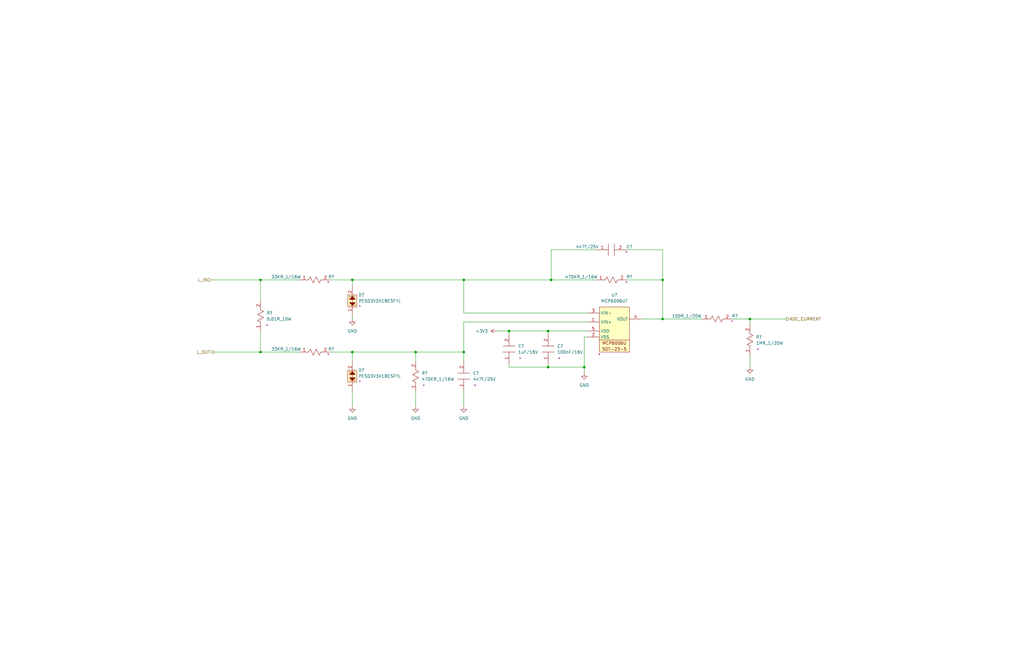
<source format=kicad_sch>
(kicad_sch (version 20211123) (generator eeschema)
  (paper "B")
  (lib_symbols
    (symbol "SmartSwitch:0.01R_10W"
      (property "Reference" "R" (at 0.635 6.35 0))
      (property "Value" "0.01R_10W" (at 5.08 4.445 0))
      (property "SCH CHECK" "*" (at 1.27 16.51 0))
      (symbol "0.01R_10W_0_1"
        (polyline (pts (xy 3.81 0) (xy 4.445 1.27) (xy 5.715 -1.27) (xy 6.985 1.27) (xy 8.255 -1.27) (xy 8.89 0)))
      )
      (symbol "0.01R_10W_1_1"
        (pin passive line (at 0 0 0) (length 3.81) (name "") (number "1"))
        (pin passive line (at 12.7 0 180) (length 3.81) (name "") (number "2"))
      )
    )
    (symbol "SmartSwitch:100R_1{slash}20W"
      (property "Reference" "R" (at 1.27 3.81 0))
      (property "Value" "100R_1{slash}20W" (at 6.35 6.35 0))
      (property "SCH CHECK" "*" (at 1.27 17.78 0))
      (symbol "100R_1{slash}20W_0_1"
        (polyline (pts (xy 3.81 0) (xy 4.445 1.27) (xy 5.715 -1.27) (xy 6.985 1.27) (xy 8.255 -1.27) (xy 8.89 0)))
      )
      (symbol "100R_1{slash}20W_1_1"
        (pin passive line (at 0 0 0) (length 3.81) (name "") (number "1"))
        (pin passive line (at 12.7 0 180) (length 3.81) (name "") (number "2"))
      )
    )
    (symbol "SmartSwitch:100nF{slash}16V"
      (property "Reference" "C" (at 1.27 5.08 0))
      (property "Value" "100nF{slash}16V" (at 6.35 7.62 0))
      (property "SCH CHECK" "*" (at 1.27 19.05 0))
      (symbol "100nF{slash}16V_0_0"
        (polyline (pts (xy 5.08 2.54) (xy 5.08 -2.54)))
        (polyline (pts (xy 7.62 2.54) (xy 7.62 -2.54)))
      )
      (symbol "100nF{slash}16V_1_1"
        (pin passive line (at 0 0 0) (length 5.08) (name "") (number "1"))
        (pin passive line (at 12.7 0 180) (length 5.08) (name "") (number "2"))
      )
    )
    (symbol "SmartSwitch:1MR_1{slash}20W"
      (property "Reference" "R" (at 1.27 2.54 0))
      (property "Value" "1MR_1{slash}20W" (at 6.35 5.08 0))
      (property "SCH CHECK" "*" (at 1.27 15.24 0))
      (symbol "1MR_1{slash}20W_0_1"
        (polyline (pts (xy 3.81 0) (xy 4.445 1.27) (xy 5.715 -1.27) (xy 6.985 1.27) (xy 8.255 -1.27) (xy 8.89 0)))
      )
      (symbol "1MR_1{slash}20W_1_1"
        (pin passive line (at 0 0 0) (length 3.81) (name "") (number "1"))
        (pin passive line (at 12.7 0 180) (length 3.81) (name "") (number "2"))
      )
    )
    (symbol "SmartSwitch:1uF{slash}16V"
      (property "Reference" "C" (at 1.27 3.81 0))
      (property "Value" "1uF{slash}16V" (at 5.08 6.35 0))
      (property "SCH CHECK" "*" (at 1.27 16.51 0))
      (symbol "1uF{slash}16V_0_0"
        (polyline (pts (xy 5.08 2.54) (xy 5.08 -2.54)))
        (polyline (pts (xy 7.62 2.54) (xy 7.62 -2.54)))
      )
      (symbol "1uF{slash}16V_1_1"
        (pin passive line (at 0 0 0) (length 5.08) (name "") (number "1"))
        (pin passive line (at 12.7 0 180) (length 5.08) (name "") (number "2"))
      )
    )
    (symbol "SmartSwitch:33KR_1{slash}16W"
      (property "Reference" "R" (at 1.27 7.62 0))
      (property "Value" "33KR_1{slash}16W" (at 6.35 5.08 0))
      (property "SCH CHECK" "*" (at 1.27 19.05 0))
      (symbol "33KR_1{slash}16W_0_1"
        (polyline (pts (xy 3.81 0) (xy 4.445 1.27) (xy 5.715 -1.27) (xy 6.985 1.27) (xy 8.255 -1.27) (xy 8.89 0)))
      )
      (symbol "33KR_1{slash}16W_1_1"
        (pin passive line (at 0 0 0) (length 3.81) (name "") (number "1"))
        (pin passive line (at 12.7 0 180) (length 3.81) (name "") (number "2"))
      )
    )
    (symbol "SmartSwitch:470KR_1{slash}16W"
      (property "Reference" "R" (at 1.27 5.08 0))
      (property "Value" "470KR_1{slash}16W" (at 7.62 7.62 0))
      (property "SCH CHECK" "*" (at 1.27 19.05 0))
      (symbol "470KR_1{slash}16W_0_1"
        (polyline (pts (xy 3.81 0) (xy 4.445 1.27) (xy 5.715 -1.27) (xy 6.985 1.27) (xy 8.255 -1.27) (xy 8.89 0)))
      )
      (symbol "470KR_1{slash}16W_1_1"
        (pin passive line (at 0 0 0) (length 3.81) (name "") (number "1"))
        (pin passive line (at 12.7 0 180) (length 3.81) (name "") (number "2"))
      )
    )
    (symbol "SmartSwitch:4n7F{slash}25V"
      (property "Reference" "C" (at 1.27 3.81 0))
      (property "Value" "4n7F{slash}25V" (at 5.08 6.35 0))
      (property "SCH CHECK" "*" (at 1.27 16.51 0))
      (symbol "4n7F{slash}25V_0_0"
        (polyline (pts (xy 5.08 2.54) (xy 5.08 -2.54)))
        (polyline (pts (xy 7.62 2.54) (xy 7.62 -2.54)))
      )
      (symbol "4n7F{slash}25V_1_1"
        (pin passive line (at 0 0 0) (length 5.08) (name "") (number "1"))
        (pin passive line (at 12.7 0 180) (length 5.08) (name "") (number "2"))
      )
    )
    (symbol "SmartSwitch:MCP6006UT"
      (property "Reference" "U" (at 1.27 6.35 0))
      (property "Value" "MCP6006UT" (at 6.35 3.81 0))
      (property "SCH CHECK" "*" (at 1.27 16.51 0))
      (symbol "MCP6006UT_0_0"
        (text "MCP6006U" (at 6.35 -15.24 0) (effects (font (size 1.27 1.27))))
        (text "SOT-23-5" (at 6.35 -17.78 0) (effects (font (size 1.27 1.27))))
      )
      (symbol "MCP6006UT_0_1"
        (polyline (pts (xy 0 -13.97) (xy 12.7 -13.97)))
        (rectangle (start 0 0) (end 12.7 -19.05) (fill (type background)))
      )
      (symbol "MCP6006UT_1_1"
        (pin input line (at -5.08 -6.35 0) (length 5.08) (name "VIN+") (number "1"))
        (pin passive line (at -5.08 -12.7 0) (length 5.08) (name "VSS") (number "2"))
        (pin input line (at -5.08 -2.54 0) (length 5.08) (name "VIN-") (number "3"))
        (pin output line (at 17.78 -5.08 180) (length 5.08) (name "VOUT") (number "4"))
        (pin passive line (at -5.08 -10.16 0) (length 5.08) (name "VDD") (number "5"))
      )
    )
    (symbol "SmartSwitch:PESD3V3X1BCSFYL"
      (property "Reference" "D" (at 0.635 6.985 0))
      (property "Value" "PESD3V3X1BCSFYL" (at 8.89 5.08 0))
      (property "SCH CHECK" "*" (at 1.27 16.51 90))
      (symbol "PESD3V3X1BCSFYL_0_1"
        (polyline (pts (xy 6.985 0) (xy 5.715 0)))
        (polyline (pts (xy 5.08 -1.27) (xy 4.445 -1.27) (xy 4.445 1.27)))
        (polyline (pts (xy 7.62 1.27) (xy 8.255 1.27) (xy 8.255 -1.27)))
        (polyline (pts (xy 5.715 -1.27) (xy 5.715 1.27) (xy 4.445 0) (xy 5.715 -1.27)) (fill (type outline)))
        (polyline (pts (xy 6.985 1.27) (xy 6.985 -1.27) (xy 8.255 0) (xy 6.985 1.27)) (fill (type outline)))
        (rectangle (start 3.81 1.905) (end 8.89 -1.905) (fill (type background)))
      )
      (symbol "PESD3V3X1BCSFYL_1_1"
        (pin passive line (at 0 0 0) (length 5.08) (name "") (number "1"))
        (pin passive line (at 12.7 0 180) (length 5.08) (name "") (number "2"))
      )
    )
    (symbol "power:+3V3" (power) (pin_names (offset 0))
      (property "Value" "+3V3" (at 0 3.556 0))
      (symbol "+3V3_0_1"
        (polyline (pts (xy -0.762 1.27) (xy 0 2.54)))
        (polyline (pts (xy 0 0) (xy 0 2.54)))
        (polyline (pts (xy 0 2.54) (xy 0.762 1.27)))
      )
      (symbol "+3V3_1_1"
        (pin power_in line (at 0 0 90) (length 0) hide (name "+3V3") (number "1"))
      )
    )
    (symbol "power:GND" (power) (pin_names (offset 0))
      (property "Value" "GND" (at 0 -3.81 0))
      (symbol "GND_0_1"
        (polyline (pts (xy 0 0) (xy 0 -1.27) (xy 1.27 -1.27) (xy 0 -2.54) (xy -1.27 -1.27) (xy 0 -1.27)))
      )
      (symbol "GND_1_1"
        (pin power_in line (at 0 0 270) (length 0) hide (name "GND") (number "1"))
      )
    )
  )
  (junction (at 175.26 148.59))
  (junction (at 214.63 139.7))
  (junction (at 148.59 118.11))
  (junction (at 231.14 154.94))
  (junction (at 316.23 134.62))
  (junction (at 195.58 148.59))
  (junction (at 279.4 134.62))
  (junction (at 148.59 148.59))
  (junction (at 246.38 154.94))
  (junction (at 195.58 118.11))
  (junction (at 109.855 118.11))
  (junction (at 279.4 118.11))
  (junction (at 109.855 148.59))
  (junction (at 231.14 139.7))
  (junction (at 232.41 118.11))
  (wire (pts (xy 247.65 135.89) (xy 195.58 135.89)))
  (wire (pts (xy 148.59 148.59) (xy 148.59 152.4)))
  (wire (pts (xy 279.4 105.41) (xy 279.4 118.11)))
  (wire (pts (xy 264.16 105.41) (xy 279.4 105.41)))
  (wire (pts (xy 214.63 154.94) (xy 231.14 154.94)))
  (wire (pts (xy 148.59 118.11) (xy 195.58 118.11)))
  (wire (pts (xy 109.855 118.11) (xy 126.365 118.11)))
  (wire (pts (xy 251.46 118.11) (xy 232.41 118.11)))
  (wire (pts (xy 264.16 118.11) (xy 279.4 118.11)))
  (wire (pts (xy 232.41 118.11) (xy 195.58 118.11)))
  (wire (pts (xy 139.065 148.59) (xy 148.59 148.59)))
  (wire (pts (xy 246.38 142.24) (xy 246.38 154.94)))
  (wire (pts (xy 175.26 165.1) (xy 175.26 171.45)))
  (wire (pts (xy 90.17 148.59) (xy 109.855 148.59)))
  (wire (pts (xy 279.4 134.62) (xy 270.51 134.62)))
  (wire (pts (xy 109.855 148.59) (xy 126.365 148.59)))
  (wire (pts (xy 214.63 139.7) (xy 214.63 140.97)))
  (wire (pts (xy 279.4 118.11) (xy 279.4 134.62)))
  (wire (pts (xy 231.14 154.94) (xy 246.38 154.94)))
  (wire (pts (xy 109.855 118.11) (xy 109.855 127)))
  (wire (pts (xy 316.23 154.94) (xy 316.23 149.86)))
  (wire (pts (xy 148.59 118.11) (xy 148.59 120.65)))
  (wire (pts (xy 231.14 153.67) (xy 231.14 154.94)))
  (wire (pts (xy 316.23 137.16) (xy 316.23 134.62)))
  (wire (pts (xy 195.58 135.89) (xy 195.58 148.59)))
  (wire (pts (xy 231.14 139.7) (xy 231.14 140.97)))
  (wire (pts (xy 195.58 148.59) (xy 195.58 152.4)))
  (wire (pts (xy 195.58 132.08) (xy 195.58 118.11)))
  (wire (pts (xy 195.58 165.1) (xy 195.58 171.45)))
  (wire (pts (xy 308.61 134.62) (xy 316.23 134.62)))
  (wire (pts (xy 109.855 148.59) (xy 109.855 139.7)))
  (wire (pts (xy 247.65 142.24) (xy 246.38 142.24)))
  (wire (pts (xy 195.58 148.59) (xy 175.26 148.59)))
  (wire (pts (xy 231.14 139.7) (xy 247.65 139.7)))
  (wire (pts (xy 148.59 133.35) (xy 148.59 134.62)))
  (wire (pts (xy 247.65 132.08) (xy 195.58 132.08)))
  (wire (pts (xy 148.59 165.1) (xy 148.59 171.45)))
  (wire (pts (xy 209.55 139.7) (xy 214.63 139.7)))
  (wire (pts (xy 316.23 134.62) (xy 331.47 134.62)))
  (wire (pts (xy 148.59 148.59) (xy 175.26 148.59)))
  (wire (pts (xy 279.4 134.62) (xy 295.91 134.62)))
  (wire (pts (xy 139.065 118.11) (xy 148.59 118.11)))
  (wire (pts (xy 214.63 153.67) (xy 214.63 154.94)))
  (wire (pts (xy 175.26 152.4) (xy 175.26 148.59)))
  (wire (pts (xy 246.38 154.94) (xy 246.38 157.48)))
  (wire (pts (xy 214.63 139.7) (xy 231.14 139.7)))
  (wire (pts (xy 232.41 105.41) (xy 232.41 118.11)))
  (wire (pts (xy 88.9 118.11) (xy 109.855 118.11)))
  (wire (pts (xy 251.46 105.41) (xy 232.41 105.41)))
  (hierarchical_label "L_OUT" (shape output) (at 90.17 148.59 180))
  (hierarchical_label "L_IN" (shape input) (at 88.9 118.11 180))
  (hierarchical_label "ADC_CURRENT" (shape output) (at 331.47 134.62 0))
  (symbol (lib_id "SmartSwitch:PESD3V3X1BCSFYL") (at 148.59 133.35 90) (unit 1)
    (property "Reference" "D?" (at 151.13 124.4599 90) (effects (justify right)))
    (property "Value" "PESD3V3X1BCSFYL" (at 151.13 126.9999 90) (effects (justify right)))
    (property "Datasheet" "https://assets.nexperia.com/documents/data-sheet/PESD3V3X1BCSF.pdf" (effects hide))
    (property "Description" "TVS DIODE 3.3VWM 5.5VC DSN0603-2" (effects hide))
    (property "SCH CHECK" "*" (at 151.13 129.5399 90) (effects (justify right)))
  )
  (symbol (lib_id "SmartSwitch:0.01R_10W") (at 109.855 139.7 90) (unit 1)
    (property "Reference" "R?" (at 112.395 132.0799 90) (effects (justify right)))
    (property "Value" "0.01R_10W" (at 112.395 134.6199 90) (effects (justify right)))
    (property "Footprint" "Resistor_SMD:R_2816_7142Metric_Pad3.20x4.45mm_HandSolder" (effects hide))
    (property "Datasheet" "https://www.vishay.com/docs/30347/wshp2818.pdf" (effects hide))
    (property "Description" "RES 0.01 OHM 1% 10W 2818" (effects hide))
    (property "SCH CHECK" "*" (at 113.03 137.16 0))
  )
  (symbol (lib_id "power:GND") (at 316.23 154.94 0) (unit 1)
    (property "Reference" "#PWR?" (effects hide))
    (property "Value" "GND" (at 316.23 160.02 0))
  )
  (symbol (lib_id "SmartSwitch:33KR_1{slash}16W") (at 126.365 148.59 0) (unit 1)
    (property "Reference" "R?" (at 139.7 147.32 0))
    (property "Value" "33KR_1/16W" (at 120.65 147.32 0))
    (property "Footprint" "Resistor_SMD:R_0402_1005Metric" (effects hide))
    (property "Datasheet" "https://www.seielect.com/catalog/sei-rmcf_rmcp.pdf" (effects hide))
    (property "Description" "RES 33K OHM 1% 1/16W 0402" (effects hide))
    (property "SCH CHECK" "*" (at 138.43 149.86 0))
  )
  (symbol (lib_id "power:GND") (at 175.26 171.45 0) (unit 1)
    (property "Reference" "#PWR?" (effects hide))
    (property "Value" "GND" (at 175.26 176.53 0))
  )
  (symbol (lib_id "power:GND") (at 246.38 157.48 0) (unit 1)
    (property "Reference" "#PWR?" (effects hide))
    (property "Value" "GND" (at 246.38 162.56 0))
  )
  (symbol (lib_id "SmartSwitch:470KR_1{slash}16W") (at 175.26 165.1 90) (unit 1)
    (property "Reference" "R?" (at 177.8 157.4799 90) (effects (justify right)))
    (property "Value" "470KR_1/16W" (at 177.8 160.0199 90) (effects (justify right)))
    (property "Footprint" "Resistor_SMD:R_0402_1005Metric" (effects hide))
    (property "Datasheet" "https://www.seielect.com/catalog/sei-rmcf_rmcp.pdf" (effects hide))
    (property "Description" "RES 470K OHM 1% 1/16W 0402" (effects hide))
    (property "SCH CHECK" "*" (at 179.07 162.56 0))
  )
  (symbol (lib_id "SmartSwitch:100nF{slash}16V") (at 231.14 153.67 90) (unit 1)
    (property "Reference" "C?" (at 234.95 146.0499 90) (effects (justify right)))
    (property "Value" "100nF/16V" (at 234.95 148.5899 90) (effects (justify right)))
    (property "Footprint" "Capacitor_SMD:C_0402_1005Metric" (effects hide))
    (property "Datasheet" "https://connect.kemet.com:7667/gateway/IntelliData-ComponentDocumentation/1.0/download/datasheet/C0402C104K4RAC7411" (effects hide))
    (property "Description" "CAP CER 0.1UF 16V X7R 0402" (effects hide))
    (property "SCH CHECK" "*" (at 236.22 151.13 0))
  )
  (symbol (lib_id "SmartSwitch:4n7F{slash}25V") (at 251.46 105.41 0) (unit 1)
    (property "Reference" "C?" (at 265.43 104.14 0))
    (property "Value" "4n7F/25V" (at 247.65 104.14 0))
    (property "Footprint" "Capacitor_SMD:C_0402_1005Metric" (effects hide))
    (property "Datasheet" "https://connect.kemet.com:7667/gateway/IntelliData-ComponentDocumentation/1.0/download/datasheet/C0402C472K3RACTU" (effects hide))
    (property "Description" "CAP CER 4700PF 25V X7R 0402" (effects hide))
    (property "SCH CHECK" "*" (at 264.16 106.68 0))
  )
  (symbol (lib_id "power:GND") (at 148.59 171.45 0) (unit 1)
    (property "Reference" "#PWR?" (effects hide))
    (property "Value" "GND" (at 148.59 176.53 0))
  )
  (symbol (lib_id "SmartSwitch:PESD3V3X1BCSFYL") (at 148.59 165.1 90) (unit 1)
    (property "Reference" "D?" (at 151.13 156.2099 90) (effects (justify right)))
    (property "Value" "PESD3V3X1BCSFYL" (at 151.13 158.7499 90) (effects (justify right)))
    (property "Datasheet" "https://assets.nexperia.com/documents/data-sheet/PESD3V3X1BCSF.pdf" (effects hide))
    (property "Description" "TVS DIODE 3.3VWM 5.5VC DSN0603-2" (effects hide))
    (property "SCH CHECK" "*" (at 151.13 161.2899 90) (effects (justify right)))
  )
  (symbol (lib_id "SmartSwitch:33KR_1{slash}16W") (at 126.365 118.11 0) (unit 1)
    (property "Reference" "R?" (at 139.7 116.84 0))
    (property "Value" "33KR_1/16W" (at 120.65 116.84 0))
    (property "Footprint" "Resistor_SMD:R_0402_1005Metric" (effects hide))
    (property "Datasheet" "https://www.seielect.com/catalog/sei-rmcf_rmcp.pdf" (effects hide))
    (property "Description" "RES 33K OHM 1% 1/16W 0402" (effects hide))
    (property "SCH CHECK" "*" (at 138.43 119.38 0))
  )
  (symbol (lib_id "SmartSwitch:MCP6006UT") (at 252.73 129.54 0) (unit 1)
    (property "Reference" "U?" (at 259.08 124.46 0))
    (property "Value" "MCP6006UT" (at 259.08 127 0))
    (property "Footprint" "Package_TO_SOT_SMD:SOT-23-5" (effects hide))
    (property "Datasheet" "https://ww1.microchip.com/downloads/en/DeviceDoc/MCP6006-6R-6U-7-9-Family-Data-Sheet-DS20006411A.pdf" (effects hide))
    (property "Description" "IC OPAMP GP 1 CIRCUIT SOT23-5" (effects hide))
    (property "SCH CHECK" "*" (at 252.73 149.86 0))
  )
  (symbol (lib_id "power:+3V3") (at 209.55 139.7 90) (unit 1)
    (property "Reference" "#PWR?" (effects hide))
    (property "Value" "+3V3" (at 205.74 139.6999 90) (effects (justify left)))
  )
  (symbol (lib_id "SmartSwitch:470KR_1{slash}16W") (at 251.46 118.11 0) (unit 1)
    (property "Reference" "R?" (at 265.43 116.84 0))
    (property "Value" "470KR_1/16W" (at 245.11 116.84 0))
    (property "Footprint" "Resistor_SMD:R_0402_1005Metric" (effects hide))
    (property "Datasheet" "https://www.seielect.com/catalog/sei-rmcf_rmcp.pdf" (effects hide))
    (property "Description" "RES 470K OHM 1% 1/16W 0402" (effects hide))
    (property "SCH CHECK" "*" (at 264.16 119.38 0))
  )
  (symbol (lib_id "power:GND") (at 195.58 171.45 0) (unit 1)
    (property "Reference" "#PWR?" (effects hide))
    (property "Value" "GND" (at 195.58 176.53 0))
  )
  (symbol (lib_id "SmartSwitch:1uF{slash}16V") (at 214.63 153.67 90) (unit 1)
    (property "Reference" "C?" (at 218.44 146.0499 90) (effects (justify right)))
    (property "Value" "1uF/16V" (at 218.44 148.5899 90) (effects (justify right)))
    (property "Footprint" "Capacitor_SMD:C_0402_1005Metric" (effects hide))
    (property "Description" "1 µF ±10% 16V Ceramic Capacitor X6S 0402 (1005 Metric)" (effects hide))
    (property "SCH CHECK" "*" (at 219.71 151.13 0))
  )
  (symbol (lib_id "SmartSwitch:4n7F{slash}25V") (at 195.58 165.1 90) (unit 1)
    (property "Reference" "C?" (at 199.39 157.4799 90) (effects (justify right)))
    (property "Value" "4n7F/25V" (at 199.39 160.0199 90) (effects (justify right)))
    (property "Footprint" "Capacitor_SMD:C_0402_1005Metric" (effects hide))
    (property "Datasheet" "https://connect.kemet.com:7667/gateway/IntelliData-ComponentDocumentation/1.0/download/datasheet/C0402C472K3RACTU" (effects hide))
    (property "Description" "CAP CER 4700PF 25V X7R 0402" (effects hide))
    (property "SCH CHECK" "*" (at 200.66 162.56 0))
  )
  (symbol (lib_id "SmartSwitch:100R_1{slash}20W") (at 295.91 134.62 0) (unit 1)
    (property "Reference" "R?" (at 309.88 133.35 0))
    (property "Value" "100R_1/20W" (at 289.56 133.35 0))
    (property "Footprint" "Resistor_SMD:R_0201_0603Metric" (effects hide))
    (property "Datasheet" "https://www.seielect.com/catalog/sei-rmcf_rmcp.pdf" (effects hide))
    (property "Description" "RES 100 OHM 1% 1/20W 0201" (effects hide))
    (property "SCH CHECK" "*" (at 308.61 135.89 0))
  )
  (symbol (lib_id "power:GND") (at 148.59 134.62 0) (unit 1)
    (property "Reference" "#PWR?" (effects hide))
    (property "Value" "GND" (at 148.59 139.7 0))
  )
  (symbol (lib_id "SmartSwitch:1MR_1{slash}20W") (at 316.23 149.86 90) (unit 1)
    (property "Reference" "R?" (at 318.77 142.2399 90) (effects (justify right)))
    (property "Value" "1MR_1/20W" (at 318.77 144.7799 90) (effects (justify right)))
    (property "Footprint" "Resistor_SMD:R_0201_0603Metric" (effects hide))
    (property "Datasheet" "https://www.seielect.com/catalog/sei-rmcf_rmcp.pdf" (effects hide))
    (property "Description" "RES 1M OHM 1% 1/20W 0201" (effects hide))
    (property "SCH CHECK" "*" (at 320.04 147.32 0))
  )
)
</source>
